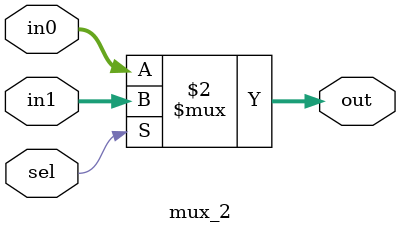
<source format=v>
`timescale 1ns / 1ps
module mux_2(
	input [31:0] in0,
	input [31:0] in1,
	input sel,
	output [31:0] out
    );
	 
	assign out = (sel==0)? in0 : in1; 

endmodule

</source>
